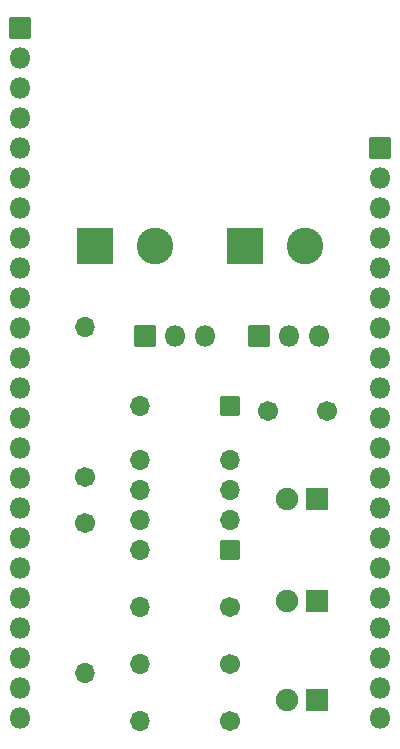
<source format=gbs>
%TF.GenerationSoftware,KiCad,Pcbnew,(6.0.5-0)*%
%TF.CreationDate,2022-05-25T22:01:54-07:00*%
%TF.ProjectId,pool-piano-synth,706f6f6c-2d70-4696-916e-6f2d73796e74,v1*%
%TF.SameCoordinates,Original*%
%TF.FileFunction,Soldermask,Bot*%
%TF.FilePolarity,Negative*%
%FSLAX46Y46*%
G04 Gerber Fmt 4.6, Leading zero omitted, Abs format (unit mm)*
G04 Created by KiCad (PCBNEW (6.0.5-0)) date 2022-05-25 22:01:54*
%MOMM*%
%LPD*%
G01*
G04 APERTURE LIST*
G04 Aperture macros list*
%AMRoundRect*
0 Rectangle with rounded corners*
0 $1 Rounding radius*
0 $2 $3 $4 $5 $6 $7 $8 $9 X,Y pos of 4 corners*
0 Add a 4 corners polygon primitive as box body*
4,1,4,$2,$3,$4,$5,$6,$7,$8,$9,$2,$3,0*
0 Add four circle primitives for the rounded corners*
1,1,$1+$1,$2,$3*
1,1,$1+$1,$4,$5*
1,1,$1+$1,$6,$7*
1,1,$1+$1,$8,$9*
0 Add four rect primitives between the rounded corners*
20,1,$1+$1,$2,$3,$4,$5,0*
20,1,$1+$1,$4,$5,$6,$7,0*
20,1,$1+$1,$6,$7,$8,$9,0*
20,1,$1+$1,$8,$9,$2,$3,0*%
G04 Aperture macros list end*
%ADD10RoundRect,0.050800X0.850000X-0.850000X0.850000X0.850000X-0.850000X0.850000X-0.850000X-0.850000X0*%
%ADD11O,1.801600X1.801600*%
%ADD12RoundRect,0.050800X-1.500000X-1.500000X1.500000X-1.500000X1.500000X1.500000X-1.500000X1.500000X0*%
%ADD13C,3.101600*%
%ADD14C,1.701600*%
%ADD15O,1.701600X1.701600*%
%ADD16RoundRect,0.050800X-0.850000X-0.850000X0.850000X-0.850000X0.850000X0.850000X-0.850000X0.850000X0*%
%ADD17RoundRect,0.050800X0.800000X0.800000X-0.800000X0.800000X-0.800000X-0.800000X0.800000X-0.800000X0*%
%ADD18RoundRect,0.050800X0.900000X0.900000X-0.900000X0.900000X-0.900000X-0.900000X0.900000X-0.900000X0*%
%ADD19C,1.901600*%
G04 APERTURE END LIST*
D10*
%TO.C,VCC*%
X136286000Y-84455000D03*
D11*
X138826000Y-84455000D03*
X141366000Y-84455000D03*
%TD*%
D12*
%TO.C,MIDI IN*%
X132080000Y-76835000D03*
D13*
X137160000Y-76835000D03*
%TD*%
D14*
%TO.C,R5*%
X143510000Y-117094000D03*
D15*
X135890000Y-117094000D03*
%TD*%
D14*
%TO.C,R2*%
X131191000Y-100330000D03*
D15*
X131191000Y-113030000D03*
%TD*%
D14*
%TO.C,R1*%
X131191000Y-96393000D03*
D15*
X131191000Y-83693000D03*
%TD*%
D10*
%TO.C,GND*%
X145938000Y-84455000D03*
D11*
X148478000Y-84455000D03*
X151018000Y-84455000D03*
%TD*%
D16*
%TO.C,TEENSY*%
X125730000Y-58420000D03*
D11*
X125730000Y-60960000D03*
X125730000Y-63500000D03*
X125730000Y-66040000D03*
X125730000Y-68580000D03*
X125730000Y-71120000D03*
X125730000Y-73660000D03*
X125730000Y-76200000D03*
X125730000Y-78740000D03*
X125730000Y-81280000D03*
X125730000Y-83820000D03*
X125730000Y-86360000D03*
X125730000Y-88900000D03*
X125730000Y-91440000D03*
X125730000Y-93980000D03*
X125730000Y-96520000D03*
X125730000Y-99060000D03*
X125730000Y-101600000D03*
X125730000Y-104140000D03*
X125730000Y-106680000D03*
X125730000Y-109220000D03*
X125730000Y-111760000D03*
X125730000Y-114300000D03*
X125730000Y-116840000D03*
%TD*%
D17*
%TO.C,D1*%
X143510000Y-90434000D03*
D15*
X135890000Y-90434000D03*
%TD*%
D12*
%TO.C,POWER*%
X144780000Y-76835000D03*
D13*
X149860000Y-76835000D03*
%TD*%
D16*
%TO.C,ESP32*%
X156210000Y-68580000D03*
D11*
X156210000Y-71120000D03*
X156210000Y-73660000D03*
X156210000Y-76200000D03*
X156210000Y-78740000D03*
X156210000Y-81280000D03*
X156210000Y-83820000D03*
X156210000Y-86360000D03*
X156210000Y-88900000D03*
X156210000Y-91440000D03*
X156210000Y-93980000D03*
X156210000Y-96520000D03*
X156210000Y-99060000D03*
X156210000Y-101600000D03*
X156210000Y-104140000D03*
X156210000Y-106680000D03*
X156210000Y-109220000D03*
X156210000Y-111760000D03*
X156210000Y-114300000D03*
X156210000Y-116840000D03*
%TD*%
D18*
%TO.C,D3*%
X150876000Y-106934000D03*
D19*
X148336000Y-106934000D03*
%TD*%
D17*
%TO.C,U1*%
X143510000Y-102616000D03*
D15*
X143510000Y-100076000D03*
X143510000Y-97536000D03*
X143510000Y-94996000D03*
X135890000Y-94996000D03*
X135890000Y-97536000D03*
X135890000Y-100076000D03*
X135890000Y-102616000D03*
%TD*%
D18*
%TO.C,D2*%
X150876000Y-98298000D03*
D19*
X148336000Y-98298000D03*
%TD*%
D14*
%TO.C,C1*%
X146685000Y-90805000D03*
X151685000Y-90805000D03*
%TD*%
%TO.C,R4*%
X143510000Y-112278000D03*
D15*
X135890000Y-112278000D03*
%TD*%
D14*
%TO.C,R3*%
X143510000Y-107452000D03*
D15*
X135890000Y-107452000D03*
%TD*%
D18*
%TO.C,D4*%
X150881000Y-115316000D03*
D19*
X148341000Y-115316000D03*
%TD*%
M02*

</source>
